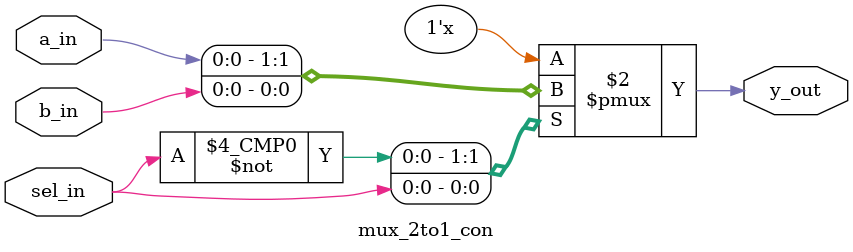
<source format=v>
`timescale 1ns / 1ps


module mux_2to1_con(
         input a_in,b_in,
         input sel_in,
         output reg y_out  

    ); 
    
    always@(*)
    begin
    case(sel_in)
    
    1'b0:y_out=a_in;
    1'b1:y_out=b_in;

  endcase
  end  
endmodule

</source>
